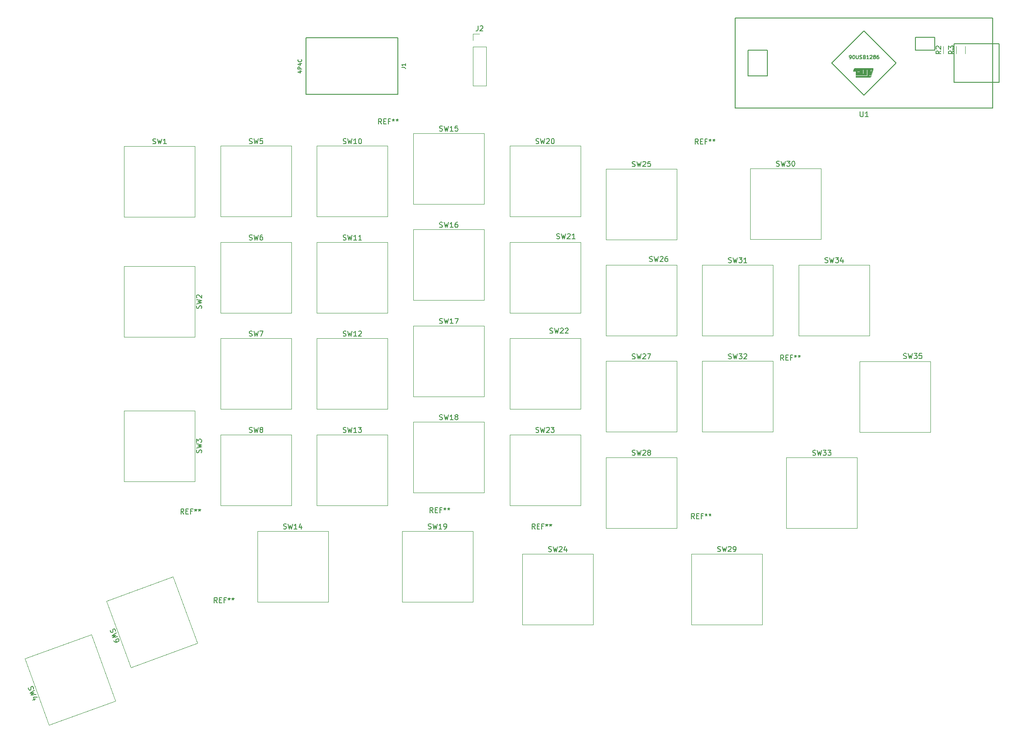
<source format=gto>
G04 #@! TF.GenerationSoftware,KiCad,Pcbnew,5.1.9-73d0e3b20d~88~ubuntu20.04.1*
G04 #@! TF.CreationDate,2021-01-19T00:06:27+03:00*
G04 #@! TF.ProjectId,jeaex-right,6a656165-782d-4726-9967-68742e6b6963,rev?*
G04 #@! TF.SameCoordinates,Original*
G04 #@! TF.FileFunction,Legend,Top*
G04 #@! TF.FilePolarity,Positive*
%FSLAX46Y46*%
G04 Gerber Fmt 4.6, Leading zero omitted, Abs format (unit mm)*
G04 Created by KiCad (PCBNEW 5.1.9-73d0e3b20d~88~ubuntu20.04.1) date 2021-01-19 00:06:27*
%MOMM*%
%LPD*%
G01*
G04 APERTURE LIST*
%ADD10C,0.120000*%
%ADD11C,0.150000*%
%ADD12C,0.100000*%
G04 APERTURE END LIST*
D10*
G04 #@! TO.C,R3*
X287970000Y-82887064D02*
X287970000Y-81432936D01*
X286150000Y-82887064D02*
X286150000Y-81432936D01*
G04 #@! TO.C,R2*
X285440000Y-82887064D02*
X285440000Y-81432936D01*
X283620000Y-82887064D02*
X283620000Y-81432936D01*
D11*
G04 #@! TO.C,U1*
X285790000Y-80910000D02*
X285790000Y-88530000D01*
X294680000Y-88530000D02*
X294680000Y-80910000D01*
X285790000Y-88530000D02*
X294680000Y-88530000D01*
X285790000Y-80910000D02*
X294680000Y-80910000D01*
X281980000Y-79640000D02*
X278170000Y-79640000D01*
X278170000Y-79640000D02*
X278170000Y-80910000D01*
X278170000Y-80910000D02*
X278170000Y-82180000D01*
X278170000Y-82180000D02*
X281980000Y-82180000D01*
X281980000Y-82180000D02*
X281980000Y-79640000D01*
X245150000Y-82180000D02*
X248960000Y-82180000D01*
X248960000Y-82180000D02*
X248960000Y-87260000D01*
X248960000Y-87260000D02*
X245150000Y-87260000D01*
X245150000Y-87260000D02*
X245150000Y-82180000D01*
X268010000Y-78370000D02*
X274360000Y-84720000D01*
X274360000Y-84720000D02*
X268010000Y-91070000D01*
X268010000Y-91070000D02*
X261660000Y-84720000D01*
X261660000Y-84720000D02*
X268010000Y-78370000D01*
X293410000Y-93610000D02*
X242610000Y-93610000D01*
X242610000Y-93610000D02*
X242610000Y-75830000D01*
X242610000Y-75830000D02*
X293410000Y-75830000D01*
X293410000Y-75830000D02*
X293410000Y-93610000D01*
D12*
G36*
X269026000Y-86117000D02*
G01*
X269026000Y-87133000D01*
X269407000Y-87133000D01*
X269788000Y-86117000D01*
X269534000Y-86117000D01*
X269280000Y-86879000D01*
X269280000Y-86117000D01*
X269026000Y-86117000D01*
G37*
X269026000Y-86117000D02*
X269026000Y-87133000D01*
X269407000Y-87133000D01*
X269788000Y-86117000D01*
X269534000Y-86117000D01*
X269280000Y-86879000D01*
X269280000Y-86117000D01*
X269026000Y-86117000D01*
G36*
X267502000Y-86117000D02*
G01*
X267502000Y-87133000D01*
X268518000Y-87133000D01*
X268518000Y-86117000D01*
X268264000Y-86117000D01*
X268264000Y-86879000D01*
X268137000Y-86879000D01*
X268137000Y-86117000D01*
X267883000Y-86117000D01*
X267883000Y-86879000D01*
X267756000Y-86879000D01*
X267756000Y-86117000D01*
X267502000Y-86117000D01*
G37*
X267502000Y-86117000D02*
X267502000Y-87133000D01*
X268518000Y-87133000D01*
X268518000Y-86117000D01*
X268264000Y-86117000D01*
X268264000Y-86879000D01*
X268137000Y-86879000D01*
X268137000Y-86117000D01*
X267883000Y-86117000D01*
X267883000Y-86879000D01*
X267756000Y-86879000D01*
X267756000Y-86117000D01*
X267502000Y-86117000D01*
G36*
X266359000Y-87260000D02*
G01*
X268645000Y-87260000D01*
X268645000Y-86117000D01*
X268899000Y-86117000D01*
X268899000Y-87260000D01*
X269407000Y-87260000D01*
X269280000Y-87514000D01*
X266359000Y-87514000D01*
X266359000Y-87260000D01*
G37*
X266359000Y-87260000D02*
X268645000Y-87260000D01*
X268645000Y-86117000D01*
X268899000Y-86117000D01*
X268899000Y-87260000D01*
X269407000Y-87260000D01*
X269280000Y-87514000D01*
X266359000Y-87514000D01*
X266359000Y-87260000D01*
G36*
X266613000Y-87133000D02*
G01*
X266613000Y-86117000D01*
X265978000Y-86117000D01*
X265851000Y-86371000D01*
X266359000Y-86371000D01*
X266359000Y-87133000D01*
X266613000Y-87133000D01*
G37*
X266613000Y-87133000D02*
X266613000Y-86117000D01*
X265978000Y-86117000D01*
X265851000Y-86371000D01*
X266359000Y-86371000D01*
X266359000Y-87133000D01*
X266613000Y-87133000D01*
G36*
X267375000Y-87133000D02*
G01*
X266740000Y-87133000D01*
X266740000Y-86879000D01*
X267121000Y-86879000D01*
X267121000Y-86752000D01*
X266740000Y-86752000D01*
X266740000Y-86498000D01*
X267121000Y-86498000D01*
X267121000Y-86371000D01*
X266740000Y-86371000D01*
X266740000Y-86117000D01*
X267375000Y-86117000D01*
X267375000Y-87133000D01*
G37*
X267375000Y-87133000D02*
X266740000Y-87133000D01*
X266740000Y-86879000D01*
X267121000Y-86879000D01*
X267121000Y-86752000D01*
X266740000Y-86752000D01*
X266740000Y-86498000D01*
X267121000Y-86498000D01*
X267121000Y-86371000D01*
X266740000Y-86371000D01*
X266740000Y-86117000D01*
X267375000Y-86117000D01*
X267375000Y-87133000D01*
G36*
X269788000Y-85990000D02*
G01*
X265978000Y-85990000D01*
X266105000Y-85736000D01*
X269788000Y-85736000D01*
X269788000Y-85990000D01*
G37*
X269788000Y-85990000D02*
X265978000Y-85990000D01*
X266105000Y-85736000D01*
X269788000Y-85736000D01*
X269788000Y-85990000D01*
D10*
G04 #@! TO.C,J2*
X190820000Y-89210000D02*
X193480000Y-89210000D01*
X190820000Y-81530000D02*
X190820000Y-89210000D01*
X193480000Y-81530000D02*
X193480000Y-89210000D01*
X190820000Y-81530000D02*
X193480000Y-81530000D01*
X190820000Y-80260000D02*
X190820000Y-78930000D01*
X190820000Y-78930000D02*
X192150000Y-78930000D01*
D11*
G04 #@! TO.C,J1*
X157920000Y-90920000D02*
X176020000Y-90920000D01*
X176020000Y-90920000D02*
X176020000Y-79740000D01*
X176020000Y-79740000D02*
X157920000Y-79740000D01*
X157920000Y-79740000D02*
X157920000Y-90920000D01*
D10*
G04 #@! TO.C,SW1*
X122035000Y-101115000D02*
X136005000Y-101115000D01*
X136005000Y-101115000D02*
X136005000Y-115085000D01*
X136005000Y-115085000D02*
X122035000Y-115085000D01*
X122035000Y-115085000D02*
X122035000Y-101115000D01*
G04 #@! TO.C,SW2*
X135955000Y-124865000D02*
X135955000Y-138835000D01*
X135955000Y-138835000D02*
X121985000Y-138835000D01*
X121985000Y-138835000D02*
X121985000Y-124865000D01*
X121985000Y-124865000D02*
X135955000Y-124865000D01*
G04 #@! TO.C,SW3*
X121985000Y-153355000D02*
X135955000Y-153355000D01*
X121985000Y-167325000D02*
X121985000Y-153355000D01*
X135955000Y-167325000D02*
X121985000Y-167325000D01*
X135955000Y-153355000D02*
X135955000Y-167325000D01*
G04 #@! TO.C,SW4*
X107187627Y-215452121D02*
X102409606Y-202324615D01*
X102409606Y-202324615D02*
X115537112Y-197546593D01*
X115537112Y-197546593D02*
X120315133Y-210674099D01*
X120315133Y-210674099D02*
X107187627Y-215452121D01*
G04 #@! TO.C,SW5*
X141065000Y-115065000D02*
X141065000Y-101095000D01*
X155035000Y-115065000D02*
X141065000Y-115065000D01*
X155035000Y-101095000D02*
X155035000Y-115065000D01*
X141065000Y-101095000D02*
X155035000Y-101095000D01*
G04 #@! TO.C,SW6*
X141065000Y-134075000D02*
X141065000Y-120105000D01*
X155035000Y-134075000D02*
X141065000Y-134075000D01*
X155035000Y-120105000D02*
X155035000Y-134075000D01*
X141065000Y-120105000D02*
X155035000Y-120105000D01*
G04 #@! TO.C,SW7*
X141065000Y-153065000D02*
X141065000Y-139095000D01*
X155035000Y-153065000D02*
X141065000Y-153065000D01*
X155035000Y-139095000D02*
X155035000Y-153065000D01*
X141065000Y-139095000D02*
X155035000Y-139095000D01*
G04 #@! TO.C,SW8*
X141065000Y-158105000D02*
X155035000Y-158105000D01*
X155035000Y-158105000D02*
X155035000Y-172075000D01*
X155035000Y-172075000D02*
X141065000Y-172075000D01*
X141065000Y-172075000D02*
X141065000Y-158105000D01*
G04 #@! TO.C,SW9*
X136462763Y-199304742D02*
X123335257Y-204082764D01*
X131684742Y-186177236D02*
X136462763Y-199304742D01*
X118557236Y-190955258D02*
X131684742Y-186177236D01*
X123335257Y-204082764D02*
X118557236Y-190955258D01*
G04 #@! TO.C,SW10*
X160055000Y-101105000D02*
X174025000Y-101105000D01*
X174025000Y-101105000D02*
X174025000Y-115075000D01*
X174025000Y-115075000D02*
X160055000Y-115075000D01*
X160055000Y-115075000D02*
X160055000Y-101105000D01*
G04 #@! TO.C,SW11*
X160065000Y-134075000D02*
X160065000Y-120105000D01*
X174035000Y-134075000D02*
X160065000Y-134075000D01*
X174035000Y-120105000D02*
X174035000Y-134075000D01*
X160065000Y-120105000D02*
X174035000Y-120105000D01*
G04 #@! TO.C,SW12*
X160065000Y-139095000D02*
X174035000Y-139095000D01*
X174035000Y-139095000D02*
X174035000Y-153065000D01*
X174035000Y-153065000D02*
X160065000Y-153065000D01*
X160065000Y-153065000D02*
X160065000Y-139095000D01*
G04 #@! TO.C,SW13*
X160065000Y-172075000D02*
X160065000Y-158105000D01*
X174035000Y-172075000D02*
X160065000Y-172075000D01*
X174035000Y-158105000D02*
X174035000Y-172075000D01*
X160065000Y-158105000D02*
X174035000Y-158105000D01*
G04 #@! TO.C,SW14*
X148305000Y-177155000D02*
X162275000Y-177155000D01*
X162275000Y-177155000D02*
X162275000Y-191125000D01*
X162275000Y-191125000D02*
X148305000Y-191125000D01*
X148305000Y-191125000D02*
X148305000Y-177155000D01*
G04 #@! TO.C,SW15*
X179085000Y-112565000D02*
X179085000Y-98595000D01*
X193055000Y-112565000D02*
X179085000Y-112565000D01*
X193055000Y-98595000D02*
X193055000Y-112565000D01*
X179085000Y-98595000D02*
X193055000Y-98595000D01*
G04 #@! TO.C,SW16*
X179085000Y-131575000D02*
X179085000Y-117605000D01*
X193055000Y-131575000D02*
X179085000Y-131575000D01*
X193055000Y-117605000D02*
X193055000Y-131575000D01*
X179085000Y-117605000D02*
X193055000Y-117605000D01*
G04 #@! TO.C,SW17*
X179085000Y-136595000D02*
X193055000Y-136595000D01*
X193055000Y-136595000D02*
X193055000Y-150565000D01*
X193055000Y-150565000D02*
X179085000Y-150565000D01*
X179085000Y-150565000D02*
X179085000Y-136595000D01*
G04 #@! TO.C,SW18*
X179085000Y-155605000D02*
X193055000Y-155605000D01*
X193055000Y-155605000D02*
X193055000Y-169575000D01*
X193055000Y-169575000D02*
X179085000Y-169575000D01*
X179085000Y-169575000D02*
X179085000Y-155605000D01*
G04 #@! TO.C,SW19*
X176845000Y-191125000D02*
X176845000Y-177155000D01*
X190815000Y-191125000D02*
X176845000Y-191125000D01*
X190815000Y-177155000D02*
X190815000Y-191125000D01*
X176845000Y-177155000D02*
X190815000Y-177155000D01*
G04 #@! TO.C,SW20*
X198085000Y-101095000D02*
X212055000Y-101095000D01*
X212055000Y-101095000D02*
X212055000Y-115065000D01*
X212055000Y-115065000D02*
X198085000Y-115065000D01*
X198085000Y-115065000D02*
X198085000Y-101095000D01*
G04 #@! TO.C,SW21*
X198085000Y-134065000D02*
X198085000Y-120095000D01*
X212055000Y-134065000D02*
X198085000Y-134065000D01*
X212055000Y-120095000D02*
X212055000Y-134065000D01*
X198085000Y-120095000D02*
X212055000Y-120095000D01*
G04 #@! TO.C,SW22*
X198085000Y-153075000D02*
X198085000Y-139105000D01*
X212055000Y-153075000D02*
X198085000Y-153075000D01*
X212055000Y-139105000D02*
X212055000Y-153075000D01*
X198085000Y-139105000D02*
X212055000Y-139105000D01*
G04 #@! TO.C,SW23*
X198085000Y-158105000D02*
X212055000Y-158105000D01*
X212055000Y-158105000D02*
X212055000Y-172075000D01*
X212055000Y-172075000D02*
X198085000Y-172075000D01*
X198085000Y-172075000D02*
X198085000Y-158105000D01*
G04 #@! TO.C,SW24*
X200585000Y-181645000D02*
X214555000Y-181645000D01*
X214555000Y-181645000D02*
X214555000Y-195615000D01*
X214555000Y-195615000D02*
X200585000Y-195615000D01*
X200585000Y-195615000D02*
X200585000Y-181645000D01*
G04 #@! TO.C,SW25*
X217085000Y-105605000D02*
X231055000Y-105605000D01*
X231055000Y-105605000D02*
X231055000Y-119575000D01*
X231055000Y-119575000D02*
X217085000Y-119575000D01*
X217085000Y-119575000D02*
X217085000Y-105605000D01*
G04 #@! TO.C,SW26*
X217085000Y-138575000D02*
X217085000Y-124605000D01*
X231055000Y-138575000D02*
X217085000Y-138575000D01*
X231055000Y-124605000D02*
X231055000Y-138575000D01*
X217085000Y-124605000D02*
X231055000Y-124605000D01*
G04 #@! TO.C,SW27*
X217085000Y-143595000D02*
X231055000Y-143595000D01*
X231055000Y-143595000D02*
X231055000Y-157565000D01*
X231055000Y-157565000D02*
X217085000Y-157565000D01*
X217085000Y-157565000D02*
X217085000Y-143595000D01*
G04 #@! TO.C,SW28*
X217085000Y-162595000D02*
X231055000Y-162595000D01*
X231055000Y-162595000D02*
X231055000Y-176565000D01*
X231055000Y-176565000D02*
X217085000Y-176565000D01*
X217085000Y-176565000D02*
X217085000Y-162595000D01*
G04 #@! TO.C,SW29*
X233935000Y-195605000D02*
X233935000Y-181635000D01*
X247905000Y-195605000D02*
X233935000Y-195605000D01*
X247905000Y-181635000D02*
X247905000Y-195605000D01*
X233935000Y-181635000D02*
X247905000Y-181635000D01*
G04 #@! TO.C,SW30*
X245545000Y-105525000D02*
X259515000Y-105525000D01*
X259515000Y-105525000D02*
X259515000Y-119495000D01*
X259515000Y-119495000D02*
X245545000Y-119495000D01*
X245545000Y-119495000D02*
X245545000Y-105525000D01*
G04 #@! TO.C,SW31*
X236085000Y-138545000D02*
X236085000Y-124575000D01*
X250055000Y-138545000D02*
X236085000Y-138545000D01*
X250055000Y-124575000D02*
X250055000Y-138545000D01*
X236085000Y-124575000D02*
X250055000Y-124575000D01*
G04 #@! TO.C,SW32*
X236075000Y-143575000D02*
X250045000Y-143575000D01*
X250045000Y-143575000D02*
X250045000Y-157545000D01*
X250045000Y-157545000D02*
X236075000Y-157545000D01*
X236075000Y-157545000D02*
X236075000Y-143575000D01*
G04 #@! TO.C,SW33*
X252685000Y-162625000D02*
X266655000Y-162625000D01*
X266655000Y-162625000D02*
X266655000Y-176595000D01*
X266655000Y-176595000D02*
X252685000Y-176595000D01*
X252685000Y-176595000D02*
X252685000Y-162625000D01*
G04 #@! TO.C,SW34*
X255135000Y-138545000D02*
X255135000Y-124575000D01*
X269105000Y-138545000D02*
X255135000Y-138545000D01*
X269105000Y-124575000D02*
X269105000Y-138545000D01*
X255135000Y-124575000D02*
X269105000Y-124575000D01*
G04 #@! TO.C,SW35*
X267085000Y-143615000D02*
X281055000Y-143615000D01*
X281055000Y-143615000D02*
X281055000Y-157585000D01*
X281055000Y-157585000D02*
X267085000Y-157585000D01*
X267085000Y-157585000D02*
X267085000Y-143615000D01*
G04 #@! TO.C,REF\u002A\u002A*
D11*
X140396666Y-191292380D02*
X140063333Y-190816190D01*
X139825238Y-191292380D02*
X139825238Y-190292380D01*
X140206190Y-190292380D01*
X140301428Y-190340000D01*
X140349047Y-190387619D01*
X140396666Y-190482857D01*
X140396666Y-190625714D01*
X140349047Y-190720952D01*
X140301428Y-190768571D01*
X140206190Y-190816190D01*
X139825238Y-190816190D01*
X140825238Y-190768571D02*
X141158571Y-190768571D01*
X141301428Y-191292380D02*
X140825238Y-191292380D01*
X140825238Y-190292380D01*
X141301428Y-190292380D01*
X142063333Y-190768571D02*
X141730000Y-190768571D01*
X141730000Y-191292380D02*
X141730000Y-190292380D01*
X142206190Y-190292380D01*
X142730000Y-190292380D02*
X142730000Y-190530476D01*
X142491904Y-190435238D02*
X142730000Y-190530476D01*
X142968095Y-190435238D01*
X142587142Y-190720952D02*
X142730000Y-190530476D01*
X142872857Y-190720952D01*
X143491904Y-190292380D02*
X143491904Y-190530476D01*
X143253809Y-190435238D02*
X143491904Y-190530476D01*
X143730000Y-190435238D01*
X143349047Y-190720952D02*
X143491904Y-190530476D01*
X143634761Y-190720952D01*
X133806666Y-173762380D02*
X133473333Y-173286190D01*
X133235238Y-173762380D02*
X133235238Y-172762380D01*
X133616190Y-172762380D01*
X133711428Y-172810000D01*
X133759047Y-172857619D01*
X133806666Y-172952857D01*
X133806666Y-173095714D01*
X133759047Y-173190952D01*
X133711428Y-173238571D01*
X133616190Y-173286190D01*
X133235238Y-173286190D01*
X134235238Y-173238571D02*
X134568571Y-173238571D01*
X134711428Y-173762380D02*
X134235238Y-173762380D01*
X134235238Y-172762380D01*
X134711428Y-172762380D01*
X135473333Y-173238571D02*
X135140000Y-173238571D01*
X135140000Y-173762380D02*
X135140000Y-172762380D01*
X135616190Y-172762380D01*
X136140000Y-172762380D02*
X136140000Y-173000476D01*
X135901904Y-172905238D02*
X136140000Y-173000476D01*
X136378095Y-172905238D01*
X135997142Y-173190952D02*
X136140000Y-173000476D01*
X136282857Y-173190952D01*
X136901904Y-172762380D02*
X136901904Y-173000476D01*
X136663809Y-172905238D02*
X136901904Y-173000476D01*
X137140000Y-172905238D01*
X136759047Y-173190952D02*
X136901904Y-173000476D01*
X137044761Y-173190952D01*
G04 #@! TO.C,R3*
X285692380Y-82326666D02*
X285216190Y-82660000D01*
X285692380Y-82898095D02*
X284692380Y-82898095D01*
X284692380Y-82517142D01*
X284740000Y-82421904D01*
X284787619Y-82374285D01*
X284882857Y-82326666D01*
X285025714Y-82326666D01*
X285120952Y-82374285D01*
X285168571Y-82421904D01*
X285216190Y-82517142D01*
X285216190Y-82898095D01*
X284692380Y-81993333D02*
X284692380Y-81374285D01*
X285073333Y-81707619D01*
X285073333Y-81564761D01*
X285120952Y-81469523D01*
X285168571Y-81421904D01*
X285263809Y-81374285D01*
X285501904Y-81374285D01*
X285597142Y-81421904D01*
X285644761Y-81469523D01*
X285692380Y-81564761D01*
X285692380Y-81850476D01*
X285644761Y-81945714D01*
X285597142Y-81993333D01*
G04 #@! TO.C,R2*
X283162380Y-82326666D02*
X282686190Y-82660000D01*
X283162380Y-82898095D02*
X282162380Y-82898095D01*
X282162380Y-82517142D01*
X282210000Y-82421904D01*
X282257619Y-82374285D01*
X282352857Y-82326666D01*
X282495714Y-82326666D01*
X282590952Y-82374285D01*
X282638571Y-82421904D01*
X282686190Y-82517142D01*
X282686190Y-82898095D01*
X282257619Y-81945714D02*
X282210000Y-81898095D01*
X282162380Y-81802857D01*
X282162380Y-81564761D01*
X282210000Y-81469523D01*
X282257619Y-81421904D01*
X282352857Y-81374285D01*
X282448095Y-81374285D01*
X282590952Y-81421904D01*
X283162380Y-81993333D01*
X283162380Y-81374285D01*
G04 #@! TO.C,U1*
X267248095Y-94332380D02*
X267248095Y-95141904D01*
X267295714Y-95237142D01*
X267343333Y-95284761D01*
X267438571Y-95332380D01*
X267629047Y-95332380D01*
X267724285Y-95284761D01*
X267771904Y-95237142D01*
X267819523Y-95141904D01*
X267819523Y-94332380D01*
X268819523Y-95332380D02*
X268248095Y-95332380D01*
X268533809Y-95332380D02*
X268533809Y-94332380D01*
X268438571Y-94475238D01*
X268343333Y-94570476D01*
X268248095Y-94618095D01*
X265160000Y-83893666D02*
X265293333Y-83893666D01*
X265360000Y-83860333D01*
X265393333Y-83827000D01*
X265460000Y-83727000D01*
X265493333Y-83593666D01*
X265493333Y-83327000D01*
X265460000Y-83260333D01*
X265426666Y-83227000D01*
X265360000Y-83193666D01*
X265226666Y-83193666D01*
X265160000Y-83227000D01*
X265126666Y-83260333D01*
X265093333Y-83327000D01*
X265093333Y-83493666D01*
X265126666Y-83560333D01*
X265160000Y-83593666D01*
X265226666Y-83627000D01*
X265360000Y-83627000D01*
X265426666Y-83593666D01*
X265460000Y-83560333D01*
X265493333Y-83493666D01*
X265926666Y-83193666D02*
X265993333Y-83193666D01*
X266060000Y-83227000D01*
X266093333Y-83260333D01*
X266126666Y-83327000D01*
X266160000Y-83460333D01*
X266160000Y-83627000D01*
X266126666Y-83760333D01*
X266093333Y-83827000D01*
X266060000Y-83860333D01*
X265993333Y-83893666D01*
X265926666Y-83893666D01*
X265860000Y-83860333D01*
X265826666Y-83827000D01*
X265793333Y-83760333D01*
X265760000Y-83627000D01*
X265760000Y-83460333D01*
X265793333Y-83327000D01*
X265826666Y-83260333D01*
X265860000Y-83227000D01*
X265926666Y-83193666D01*
X266460000Y-83193666D02*
X266460000Y-83760333D01*
X266493333Y-83827000D01*
X266526666Y-83860333D01*
X266593333Y-83893666D01*
X266726666Y-83893666D01*
X266793333Y-83860333D01*
X266826666Y-83827000D01*
X266860000Y-83760333D01*
X266860000Y-83193666D01*
X267160000Y-83860333D02*
X267260000Y-83893666D01*
X267426666Y-83893666D01*
X267493333Y-83860333D01*
X267526666Y-83827000D01*
X267560000Y-83760333D01*
X267560000Y-83693666D01*
X267526666Y-83627000D01*
X267493333Y-83593666D01*
X267426666Y-83560333D01*
X267293333Y-83527000D01*
X267226666Y-83493666D01*
X267193333Y-83460333D01*
X267160000Y-83393666D01*
X267160000Y-83327000D01*
X267193333Y-83260333D01*
X267226666Y-83227000D01*
X267293333Y-83193666D01*
X267460000Y-83193666D01*
X267560000Y-83227000D01*
X268093333Y-83527000D02*
X268193333Y-83560333D01*
X268226666Y-83593666D01*
X268260000Y-83660333D01*
X268260000Y-83760333D01*
X268226666Y-83827000D01*
X268193333Y-83860333D01*
X268126666Y-83893666D01*
X267860000Y-83893666D01*
X267860000Y-83193666D01*
X268093333Y-83193666D01*
X268160000Y-83227000D01*
X268193333Y-83260333D01*
X268226666Y-83327000D01*
X268226666Y-83393666D01*
X268193333Y-83460333D01*
X268160000Y-83493666D01*
X268093333Y-83527000D01*
X267860000Y-83527000D01*
X268926666Y-83893666D02*
X268526666Y-83893666D01*
X268726666Y-83893666D02*
X268726666Y-83193666D01*
X268660000Y-83293666D01*
X268593333Y-83360333D01*
X268526666Y-83393666D01*
X269193333Y-83260333D02*
X269226666Y-83227000D01*
X269293333Y-83193666D01*
X269460000Y-83193666D01*
X269526666Y-83227000D01*
X269560000Y-83260333D01*
X269593333Y-83327000D01*
X269593333Y-83393666D01*
X269560000Y-83493666D01*
X269160000Y-83893666D01*
X269593333Y-83893666D01*
X269993333Y-83493666D02*
X269926666Y-83460333D01*
X269893333Y-83427000D01*
X269860000Y-83360333D01*
X269860000Y-83327000D01*
X269893333Y-83260333D01*
X269926666Y-83227000D01*
X269993333Y-83193666D01*
X270126666Y-83193666D01*
X270193333Y-83227000D01*
X270226666Y-83260333D01*
X270260000Y-83327000D01*
X270260000Y-83360333D01*
X270226666Y-83427000D01*
X270193333Y-83460333D01*
X270126666Y-83493666D01*
X269993333Y-83493666D01*
X269926666Y-83527000D01*
X269893333Y-83560333D01*
X269860000Y-83627000D01*
X269860000Y-83760333D01*
X269893333Y-83827000D01*
X269926666Y-83860333D01*
X269993333Y-83893666D01*
X270126666Y-83893666D01*
X270193333Y-83860333D01*
X270226666Y-83827000D01*
X270260000Y-83760333D01*
X270260000Y-83627000D01*
X270226666Y-83560333D01*
X270193333Y-83527000D01*
X270126666Y-83493666D01*
X270860000Y-83193666D02*
X270726666Y-83193666D01*
X270660000Y-83227000D01*
X270626666Y-83260333D01*
X270560000Y-83360333D01*
X270526666Y-83493666D01*
X270526666Y-83760333D01*
X270560000Y-83827000D01*
X270593333Y-83860333D01*
X270660000Y-83893666D01*
X270793333Y-83893666D01*
X270860000Y-83860333D01*
X270893333Y-83827000D01*
X270926666Y-83760333D01*
X270926666Y-83593666D01*
X270893333Y-83527000D01*
X270860000Y-83493666D01*
X270793333Y-83460333D01*
X270660000Y-83460333D01*
X270593333Y-83493666D01*
X270560000Y-83527000D01*
X270526666Y-83593666D01*
G04 #@! TO.C,J2*
X191816666Y-77382380D02*
X191816666Y-78096666D01*
X191769047Y-78239523D01*
X191673809Y-78334761D01*
X191530952Y-78382380D01*
X191435714Y-78382380D01*
X192245238Y-77477619D02*
X192292857Y-77430000D01*
X192388095Y-77382380D01*
X192626190Y-77382380D01*
X192721428Y-77430000D01*
X192769047Y-77477619D01*
X192816666Y-77572857D01*
X192816666Y-77668095D01*
X192769047Y-77810952D01*
X192197619Y-78382380D01*
X192816666Y-78382380D01*
G04 #@! TO.C,REF\u002A\u002A*
X172816666Y-96742380D02*
X172483333Y-96266190D01*
X172245238Y-96742380D02*
X172245238Y-95742380D01*
X172626190Y-95742380D01*
X172721428Y-95790000D01*
X172769047Y-95837619D01*
X172816666Y-95932857D01*
X172816666Y-96075714D01*
X172769047Y-96170952D01*
X172721428Y-96218571D01*
X172626190Y-96266190D01*
X172245238Y-96266190D01*
X173245238Y-96218571D02*
X173578571Y-96218571D01*
X173721428Y-96742380D02*
X173245238Y-96742380D01*
X173245238Y-95742380D01*
X173721428Y-95742380D01*
X174483333Y-96218571D02*
X174150000Y-96218571D01*
X174150000Y-96742380D02*
X174150000Y-95742380D01*
X174626190Y-95742380D01*
X175150000Y-95742380D02*
X175150000Y-95980476D01*
X174911904Y-95885238D02*
X175150000Y-95980476D01*
X175388095Y-95885238D01*
X175007142Y-96170952D02*
X175150000Y-95980476D01*
X175292857Y-96170952D01*
X175911904Y-95742380D02*
X175911904Y-95980476D01*
X175673809Y-95885238D02*
X175911904Y-95980476D01*
X176150000Y-95885238D01*
X175769047Y-96170952D02*
X175911904Y-95980476D01*
X176054761Y-96170952D01*
X235296666Y-100712380D02*
X234963333Y-100236190D01*
X234725238Y-100712380D02*
X234725238Y-99712380D01*
X235106190Y-99712380D01*
X235201428Y-99760000D01*
X235249047Y-99807619D01*
X235296666Y-99902857D01*
X235296666Y-100045714D01*
X235249047Y-100140952D01*
X235201428Y-100188571D01*
X235106190Y-100236190D01*
X234725238Y-100236190D01*
X235725238Y-100188571D02*
X236058571Y-100188571D01*
X236201428Y-100712380D02*
X235725238Y-100712380D01*
X235725238Y-99712380D01*
X236201428Y-99712380D01*
X236963333Y-100188571D02*
X236630000Y-100188571D01*
X236630000Y-100712380D02*
X236630000Y-99712380D01*
X237106190Y-99712380D01*
X237630000Y-99712380D02*
X237630000Y-99950476D01*
X237391904Y-99855238D02*
X237630000Y-99950476D01*
X237868095Y-99855238D01*
X237487142Y-100140952D02*
X237630000Y-99950476D01*
X237772857Y-100140952D01*
X238391904Y-99712380D02*
X238391904Y-99950476D01*
X238153809Y-99855238D02*
X238391904Y-99950476D01*
X238630000Y-99855238D01*
X238249047Y-100140952D02*
X238391904Y-99950476D01*
X238534761Y-100140952D01*
X252126666Y-143412380D02*
X251793333Y-142936190D01*
X251555238Y-143412380D02*
X251555238Y-142412380D01*
X251936190Y-142412380D01*
X252031428Y-142460000D01*
X252079047Y-142507619D01*
X252126666Y-142602857D01*
X252126666Y-142745714D01*
X252079047Y-142840952D01*
X252031428Y-142888571D01*
X251936190Y-142936190D01*
X251555238Y-142936190D01*
X252555238Y-142888571D02*
X252888571Y-142888571D01*
X253031428Y-143412380D02*
X252555238Y-143412380D01*
X252555238Y-142412380D01*
X253031428Y-142412380D01*
X253793333Y-142888571D02*
X253460000Y-142888571D01*
X253460000Y-143412380D02*
X253460000Y-142412380D01*
X253936190Y-142412380D01*
X254460000Y-142412380D02*
X254460000Y-142650476D01*
X254221904Y-142555238D02*
X254460000Y-142650476D01*
X254698095Y-142555238D01*
X254317142Y-142840952D02*
X254460000Y-142650476D01*
X254602857Y-142840952D01*
X255221904Y-142412380D02*
X255221904Y-142650476D01*
X254983809Y-142555238D02*
X255221904Y-142650476D01*
X255460000Y-142555238D01*
X255079047Y-142840952D02*
X255221904Y-142650476D01*
X255364761Y-142840952D01*
X234536666Y-174692380D02*
X234203333Y-174216190D01*
X233965238Y-174692380D02*
X233965238Y-173692380D01*
X234346190Y-173692380D01*
X234441428Y-173740000D01*
X234489047Y-173787619D01*
X234536666Y-173882857D01*
X234536666Y-174025714D01*
X234489047Y-174120952D01*
X234441428Y-174168571D01*
X234346190Y-174216190D01*
X233965238Y-174216190D01*
X234965238Y-174168571D02*
X235298571Y-174168571D01*
X235441428Y-174692380D02*
X234965238Y-174692380D01*
X234965238Y-173692380D01*
X235441428Y-173692380D01*
X236203333Y-174168571D02*
X235870000Y-174168571D01*
X235870000Y-174692380D02*
X235870000Y-173692380D01*
X236346190Y-173692380D01*
X236870000Y-173692380D02*
X236870000Y-173930476D01*
X236631904Y-173835238D02*
X236870000Y-173930476D01*
X237108095Y-173835238D01*
X236727142Y-174120952D02*
X236870000Y-173930476D01*
X237012857Y-174120952D01*
X237631904Y-173692380D02*
X237631904Y-173930476D01*
X237393809Y-173835238D02*
X237631904Y-173930476D01*
X237870000Y-173835238D01*
X237489047Y-174120952D02*
X237631904Y-173930476D01*
X237774761Y-174120952D01*
X203086666Y-176722380D02*
X202753333Y-176246190D01*
X202515238Y-176722380D02*
X202515238Y-175722380D01*
X202896190Y-175722380D01*
X202991428Y-175770000D01*
X203039047Y-175817619D01*
X203086666Y-175912857D01*
X203086666Y-176055714D01*
X203039047Y-176150952D01*
X202991428Y-176198571D01*
X202896190Y-176246190D01*
X202515238Y-176246190D01*
X203515238Y-176198571D02*
X203848571Y-176198571D01*
X203991428Y-176722380D02*
X203515238Y-176722380D01*
X203515238Y-175722380D01*
X203991428Y-175722380D01*
X204753333Y-176198571D02*
X204420000Y-176198571D01*
X204420000Y-176722380D02*
X204420000Y-175722380D01*
X204896190Y-175722380D01*
X205420000Y-175722380D02*
X205420000Y-175960476D01*
X205181904Y-175865238D02*
X205420000Y-175960476D01*
X205658095Y-175865238D01*
X205277142Y-176150952D02*
X205420000Y-175960476D01*
X205562857Y-176150952D01*
X206181904Y-175722380D02*
X206181904Y-175960476D01*
X205943809Y-175865238D02*
X206181904Y-175960476D01*
X206420000Y-175865238D01*
X206039047Y-176150952D02*
X206181904Y-175960476D01*
X206324761Y-176150952D01*
X182966666Y-173512380D02*
X182633333Y-173036190D01*
X182395238Y-173512380D02*
X182395238Y-172512380D01*
X182776190Y-172512380D01*
X182871428Y-172560000D01*
X182919047Y-172607619D01*
X182966666Y-172702857D01*
X182966666Y-172845714D01*
X182919047Y-172940952D01*
X182871428Y-172988571D01*
X182776190Y-173036190D01*
X182395238Y-173036190D01*
X183395238Y-172988571D02*
X183728571Y-172988571D01*
X183871428Y-173512380D02*
X183395238Y-173512380D01*
X183395238Y-172512380D01*
X183871428Y-172512380D01*
X184633333Y-172988571D02*
X184300000Y-172988571D01*
X184300000Y-173512380D02*
X184300000Y-172512380D01*
X184776190Y-172512380D01*
X185300000Y-172512380D02*
X185300000Y-172750476D01*
X185061904Y-172655238D02*
X185300000Y-172750476D01*
X185538095Y-172655238D01*
X185157142Y-172940952D02*
X185300000Y-172750476D01*
X185442857Y-172940952D01*
X186061904Y-172512380D02*
X186061904Y-172750476D01*
X185823809Y-172655238D02*
X186061904Y-172750476D01*
X186300000Y-172655238D01*
X185919047Y-172940952D02*
X186061904Y-172750476D01*
X186204761Y-172940952D01*
G04 #@! TO.C,J1*
X176759285Y-85580000D02*
X177295000Y-85580000D01*
X177402142Y-85615714D01*
X177473571Y-85687142D01*
X177509285Y-85794285D01*
X177509285Y-85865714D01*
X177509285Y-84830000D02*
X177509285Y-85258571D01*
X177509285Y-85044285D02*
X176759285Y-85044285D01*
X176866428Y-85115714D01*
X176937857Y-85187142D01*
X176973571Y-85258571D01*
X156559285Y-86294285D02*
X157059285Y-86294285D01*
X156273571Y-86472857D02*
X156809285Y-86651428D01*
X156809285Y-86187142D01*
X157059285Y-85901428D02*
X156309285Y-85901428D01*
X156309285Y-85615714D01*
X156345000Y-85544285D01*
X156380714Y-85508571D01*
X156452142Y-85472857D01*
X156559285Y-85472857D01*
X156630714Y-85508571D01*
X156666428Y-85544285D01*
X156702142Y-85615714D01*
X156702142Y-85901428D01*
X156559285Y-84830000D02*
X157059285Y-84830000D01*
X156273571Y-85008571D02*
X156809285Y-85187142D01*
X156809285Y-84722857D01*
X156987857Y-84008571D02*
X157023571Y-84044285D01*
X157059285Y-84151428D01*
X157059285Y-84222857D01*
X157023571Y-84330000D01*
X156952142Y-84401428D01*
X156880714Y-84437142D01*
X156737857Y-84472857D01*
X156630714Y-84472857D01*
X156487857Y-84437142D01*
X156416428Y-84401428D01*
X156345000Y-84330000D01*
X156309285Y-84222857D01*
X156309285Y-84151428D01*
X156345000Y-84044285D01*
X156380714Y-84008571D01*
G04 #@! TO.C,SW1*
X127686666Y-100630761D02*
X127829523Y-100678380D01*
X128067619Y-100678380D01*
X128162857Y-100630761D01*
X128210476Y-100583142D01*
X128258095Y-100487904D01*
X128258095Y-100392666D01*
X128210476Y-100297428D01*
X128162857Y-100249809D01*
X128067619Y-100202190D01*
X127877142Y-100154571D01*
X127781904Y-100106952D01*
X127734285Y-100059333D01*
X127686666Y-99964095D01*
X127686666Y-99868857D01*
X127734285Y-99773619D01*
X127781904Y-99726000D01*
X127877142Y-99678380D01*
X128115238Y-99678380D01*
X128258095Y-99726000D01*
X128591428Y-99678380D02*
X128829523Y-100678380D01*
X129020000Y-99964095D01*
X129210476Y-100678380D01*
X129448571Y-99678380D01*
X130353333Y-100678380D02*
X129781904Y-100678380D01*
X130067619Y-100678380D02*
X130067619Y-99678380D01*
X129972380Y-99821238D01*
X129877142Y-99916476D01*
X129781904Y-99964095D01*
G04 #@! TO.C,SW2*
X137248761Y-133183333D02*
X137296380Y-133040476D01*
X137296380Y-132802380D01*
X137248761Y-132707142D01*
X137201142Y-132659523D01*
X137105904Y-132611904D01*
X137010666Y-132611904D01*
X136915428Y-132659523D01*
X136867809Y-132707142D01*
X136820190Y-132802380D01*
X136772571Y-132992857D01*
X136724952Y-133088095D01*
X136677333Y-133135714D01*
X136582095Y-133183333D01*
X136486857Y-133183333D01*
X136391619Y-133135714D01*
X136344000Y-133088095D01*
X136296380Y-132992857D01*
X136296380Y-132754761D01*
X136344000Y-132611904D01*
X136296380Y-132278571D02*
X137296380Y-132040476D01*
X136582095Y-131850000D01*
X137296380Y-131659523D01*
X136296380Y-131421428D01*
X136391619Y-131088095D02*
X136344000Y-131040476D01*
X136296380Y-130945238D01*
X136296380Y-130707142D01*
X136344000Y-130611904D01*
X136391619Y-130564285D01*
X136486857Y-130516666D01*
X136582095Y-130516666D01*
X136724952Y-130564285D01*
X137296380Y-131135714D01*
X137296380Y-130516666D01*
G04 #@! TO.C,SW3*
X137248761Y-161673333D02*
X137296380Y-161530476D01*
X137296380Y-161292380D01*
X137248761Y-161197142D01*
X137201142Y-161149523D01*
X137105904Y-161101904D01*
X137010666Y-161101904D01*
X136915428Y-161149523D01*
X136867809Y-161197142D01*
X136820190Y-161292380D01*
X136772571Y-161482857D01*
X136724952Y-161578095D01*
X136677333Y-161625714D01*
X136582095Y-161673333D01*
X136486857Y-161673333D01*
X136391619Y-161625714D01*
X136344000Y-161578095D01*
X136296380Y-161482857D01*
X136296380Y-161244761D01*
X136344000Y-161101904D01*
X136296380Y-160768571D02*
X137296380Y-160530476D01*
X136582095Y-160340000D01*
X137296380Y-160149523D01*
X136296380Y-159911428D01*
X136296380Y-159625714D02*
X136296380Y-159006666D01*
X136677333Y-159340000D01*
X136677333Y-159197142D01*
X136724952Y-159101904D01*
X136772571Y-159054285D01*
X136867809Y-159006666D01*
X137105904Y-159006666D01*
X137201142Y-159054285D01*
X137248761Y-159101904D01*
X137296380Y-159197142D01*
X137296380Y-159482857D01*
X137248761Y-159578095D01*
X137201142Y-159625714D01*
G04 #@! TO.C,SW4*
X103126851Y-208077937D02*
X103130964Y-208228465D01*
X103212397Y-208452202D01*
X103289718Y-208525409D01*
X103350752Y-208553870D01*
X103456533Y-208566044D01*
X103546027Y-208533471D01*
X103619235Y-208456150D01*
X103647696Y-208395116D01*
X103659870Y-208289335D01*
X103639470Y-208094059D01*
X103651644Y-207988278D01*
X103680105Y-207927244D01*
X103753313Y-207849923D01*
X103842807Y-207817350D01*
X103948588Y-207829524D01*
X104009622Y-207857984D01*
X104086943Y-207931192D01*
X104168376Y-208154929D01*
X104172489Y-208305457D01*
X104331243Y-208602401D02*
X103472984Y-209168158D01*
X104209339Y-209102847D01*
X103603277Y-209526136D01*
X104624403Y-209407852D01*
X104588046Y-210282562D02*
X103961584Y-210510576D01*
X104864590Y-209928533D02*
X104111948Y-209949096D01*
X104323675Y-210530811D01*
G04 #@! TO.C,SW5*
X146716666Y-100610761D02*
X146859523Y-100658380D01*
X147097619Y-100658380D01*
X147192857Y-100610761D01*
X147240476Y-100563142D01*
X147288095Y-100467904D01*
X147288095Y-100372666D01*
X147240476Y-100277428D01*
X147192857Y-100229809D01*
X147097619Y-100182190D01*
X146907142Y-100134571D01*
X146811904Y-100086952D01*
X146764285Y-100039333D01*
X146716666Y-99944095D01*
X146716666Y-99848857D01*
X146764285Y-99753619D01*
X146811904Y-99706000D01*
X146907142Y-99658380D01*
X147145238Y-99658380D01*
X147288095Y-99706000D01*
X147621428Y-99658380D02*
X147859523Y-100658380D01*
X148050000Y-99944095D01*
X148240476Y-100658380D01*
X148478571Y-99658380D01*
X149335714Y-99658380D02*
X148859523Y-99658380D01*
X148811904Y-100134571D01*
X148859523Y-100086952D01*
X148954761Y-100039333D01*
X149192857Y-100039333D01*
X149288095Y-100086952D01*
X149335714Y-100134571D01*
X149383333Y-100229809D01*
X149383333Y-100467904D01*
X149335714Y-100563142D01*
X149288095Y-100610761D01*
X149192857Y-100658380D01*
X148954761Y-100658380D01*
X148859523Y-100610761D01*
X148811904Y-100563142D01*
G04 #@! TO.C,SW6*
X146716666Y-119620761D02*
X146859523Y-119668380D01*
X147097619Y-119668380D01*
X147192857Y-119620761D01*
X147240476Y-119573142D01*
X147288095Y-119477904D01*
X147288095Y-119382666D01*
X147240476Y-119287428D01*
X147192857Y-119239809D01*
X147097619Y-119192190D01*
X146907142Y-119144571D01*
X146811904Y-119096952D01*
X146764285Y-119049333D01*
X146716666Y-118954095D01*
X146716666Y-118858857D01*
X146764285Y-118763619D01*
X146811904Y-118716000D01*
X146907142Y-118668380D01*
X147145238Y-118668380D01*
X147288095Y-118716000D01*
X147621428Y-118668380D02*
X147859523Y-119668380D01*
X148050000Y-118954095D01*
X148240476Y-119668380D01*
X148478571Y-118668380D01*
X149288095Y-118668380D02*
X149097619Y-118668380D01*
X149002380Y-118716000D01*
X148954761Y-118763619D01*
X148859523Y-118906476D01*
X148811904Y-119096952D01*
X148811904Y-119477904D01*
X148859523Y-119573142D01*
X148907142Y-119620761D01*
X149002380Y-119668380D01*
X149192857Y-119668380D01*
X149288095Y-119620761D01*
X149335714Y-119573142D01*
X149383333Y-119477904D01*
X149383333Y-119239809D01*
X149335714Y-119144571D01*
X149288095Y-119096952D01*
X149192857Y-119049333D01*
X149002380Y-119049333D01*
X148907142Y-119096952D01*
X148859523Y-119144571D01*
X148811904Y-119239809D01*
G04 #@! TO.C,SW7*
X146716666Y-138610761D02*
X146859523Y-138658380D01*
X147097619Y-138658380D01*
X147192857Y-138610761D01*
X147240476Y-138563142D01*
X147288095Y-138467904D01*
X147288095Y-138372666D01*
X147240476Y-138277428D01*
X147192857Y-138229809D01*
X147097619Y-138182190D01*
X146907142Y-138134571D01*
X146811904Y-138086952D01*
X146764285Y-138039333D01*
X146716666Y-137944095D01*
X146716666Y-137848857D01*
X146764285Y-137753619D01*
X146811904Y-137706000D01*
X146907142Y-137658380D01*
X147145238Y-137658380D01*
X147288095Y-137706000D01*
X147621428Y-137658380D02*
X147859523Y-138658380D01*
X148050000Y-137944095D01*
X148240476Y-138658380D01*
X148478571Y-137658380D01*
X148764285Y-137658380D02*
X149430952Y-137658380D01*
X149002380Y-138658380D01*
G04 #@! TO.C,SW8*
X146716666Y-157620761D02*
X146859523Y-157668380D01*
X147097619Y-157668380D01*
X147192857Y-157620761D01*
X147240476Y-157573142D01*
X147288095Y-157477904D01*
X147288095Y-157382666D01*
X147240476Y-157287428D01*
X147192857Y-157239809D01*
X147097619Y-157192190D01*
X146907142Y-157144571D01*
X146811904Y-157096952D01*
X146764285Y-157049333D01*
X146716666Y-156954095D01*
X146716666Y-156858857D01*
X146764285Y-156763619D01*
X146811904Y-156716000D01*
X146907142Y-156668380D01*
X147145238Y-156668380D01*
X147288095Y-156716000D01*
X147621428Y-156668380D02*
X147859523Y-157668380D01*
X148050000Y-156954095D01*
X148240476Y-157668380D01*
X148478571Y-156668380D01*
X149002380Y-157096952D02*
X148907142Y-157049333D01*
X148859523Y-157001714D01*
X148811904Y-156906476D01*
X148811904Y-156858857D01*
X148859523Y-156763619D01*
X148907142Y-156716000D01*
X149002380Y-156668380D01*
X149192857Y-156668380D01*
X149288095Y-156716000D01*
X149335714Y-156763619D01*
X149383333Y-156858857D01*
X149383333Y-156906476D01*
X149335714Y-157001714D01*
X149288095Y-157049333D01*
X149192857Y-157096952D01*
X149002380Y-157096952D01*
X148907142Y-157144571D01*
X148859523Y-157192190D01*
X148811904Y-157287428D01*
X148811904Y-157477904D01*
X148859523Y-157573142D01*
X148907142Y-157620761D01*
X149002380Y-157668380D01*
X149192857Y-157668380D01*
X149288095Y-157620761D01*
X149335714Y-157573142D01*
X149383333Y-157477904D01*
X149383333Y-157287428D01*
X149335714Y-157192190D01*
X149288095Y-157144571D01*
X149192857Y-157096952D01*
G04 #@! TO.C,SW9*
X119274481Y-196708580D02*
X119278594Y-196859108D01*
X119360027Y-197082845D01*
X119437348Y-197156052D01*
X119498382Y-197184513D01*
X119604163Y-197196687D01*
X119693657Y-197164114D01*
X119766865Y-197086793D01*
X119795326Y-197025759D01*
X119807500Y-196919978D01*
X119787100Y-196724702D01*
X119799274Y-196618921D01*
X119827735Y-196557887D01*
X119900943Y-196480566D01*
X119990437Y-196447993D01*
X120096218Y-196460167D01*
X120157252Y-196488627D01*
X120234573Y-196561835D01*
X120316006Y-196785572D01*
X120320119Y-196936100D01*
X120478873Y-197233044D02*
X119620614Y-197798801D01*
X120356969Y-197733490D01*
X119750907Y-198156779D01*
X120772033Y-198038495D01*
X119978921Y-198783241D02*
X120044067Y-198962230D01*
X120121388Y-199035438D01*
X120182422Y-199063898D01*
X120349237Y-199104533D01*
X120544513Y-199084133D01*
X120902491Y-198953840D01*
X120975699Y-198876519D01*
X121004159Y-198815485D01*
X121016333Y-198709704D01*
X120951187Y-198530715D01*
X120873866Y-198457507D01*
X120812832Y-198429047D01*
X120707051Y-198416873D01*
X120483314Y-198498306D01*
X120410107Y-198575627D01*
X120381646Y-198636661D01*
X120369472Y-198742442D01*
X120434619Y-198921431D01*
X120511939Y-198994639D01*
X120572973Y-199023099D01*
X120678755Y-199035273D01*
G04 #@! TO.C,SW10*
X165230476Y-100620761D02*
X165373333Y-100668380D01*
X165611428Y-100668380D01*
X165706666Y-100620761D01*
X165754285Y-100573142D01*
X165801904Y-100477904D01*
X165801904Y-100382666D01*
X165754285Y-100287428D01*
X165706666Y-100239809D01*
X165611428Y-100192190D01*
X165420952Y-100144571D01*
X165325714Y-100096952D01*
X165278095Y-100049333D01*
X165230476Y-99954095D01*
X165230476Y-99858857D01*
X165278095Y-99763619D01*
X165325714Y-99716000D01*
X165420952Y-99668380D01*
X165659047Y-99668380D01*
X165801904Y-99716000D01*
X166135238Y-99668380D02*
X166373333Y-100668380D01*
X166563809Y-99954095D01*
X166754285Y-100668380D01*
X166992380Y-99668380D01*
X167897142Y-100668380D02*
X167325714Y-100668380D01*
X167611428Y-100668380D02*
X167611428Y-99668380D01*
X167516190Y-99811238D01*
X167420952Y-99906476D01*
X167325714Y-99954095D01*
X168516190Y-99668380D02*
X168611428Y-99668380D01*
X168706666Y-99716000D01*
X168754285Y-99763619D01*
X168801904Y-99858857D01*
X168849523Y-100049333D01*
X168849523Y-100287428D01*
X168801904Y-100477904D01*
X168754285Y-100573142D01*
X168706666Y-100620761D01*
X168611428Y-100668380D01*
X168516190Y-100668380D01*
X168420952Y-100620761D01*
X168373333Y-100573142D01*
X168325714Y-100477904D01*
X168278095Y-100287428D01*
X168278095Y-100049333D01*
X168325714Y-99858857D01*
X168373333Y-99763619D01*
X168420952Y-99716000D01*
X168516190Y-99668380D01*
G04 #@! TO.C,SW11*
X165240476Y-119620761D02*
X165383333Y-119668380D01*
X165621428Y-119668380D01*
X165716666Y-119620761D01*
X165764285Y-119573142D01*
X165811904Y-119477904D01*
X165811904Y-119382666D01*
X165764285Y-119287428D01*
X165716666Y-119239809D01*
X165621428Y-119192190D01*
X165430952Y-119144571D01*
X165335714Y-119096952D01*
X165288095Y-119049333D01*
X165240476Y-118954095D01*
X165240476Y-118858857D01*
X165288095Y-118763619D01*
X165335714Y-118716000D01*
X165430952Y-118668380D01*
X165669047Y-118668380D01*
X165811904Y-118716000D01*
X166145238Y-118668380D02*
X166383333Y-119668380D01*
X166573809Y-118954095D01*
X166764285Y-119668380D01*
X167002380Y-118668380D01*
X167907142Y-119668380D02*
X167335714Y-119668380D01*
X167621428Y-119668380D02*
X167621428Y-118668380D01*
X167526190Y-118811238D01*
X167430952Y-118906476D01*
X167335714Y-118954095D01*
X168859523Y-119668380D02*
X168288095Y-119668380D01*
X168573809Y-119668380D02*
X168573809Y-118668380D01*
X168478571Y-118811238D01*
X168383333Y-118906476D01*
X168288095Y-118954095D01*
G04 #@! TO.C,SW12*
X165240476Y-138610761D02*
X165383333Y-138658380D01*
X165621428Y-138658380D01*
X165716666Y-138610761D01*
X165764285Y-138563142D01*
X165811904Y-138467904D01*
X165811904Y-138372666D01*
X165764285Y-138277428D01*
X165716666Y-138229809D01*
X165621428Y-138182190D01*
X165430952Y-138134571D01*
X165335714Y-138086952D01*
X165288095Y-138039333D01*
X165240476Y-137944095D01*
X165240476Y-137848857D01*
X165288095Y-137753619D01*
X165335714Y-137706000D01*
X165430952Y-137658380D01*
X165669047Y-137658380D01*
X165811904Y-137706000D01*
X166145238Y-137658380D02*
X166383333Y-138658380D01*
X166573809Y-137944095D01*
X166764285Y-138658380D01*
X167002380Y-137658380D01*
X167907142Y-138658380D02*
X167335714Y-138658380D01*
X167621428Y-138658380D02*
X167621428Y-137658380D01*
X167526190Y-137801238D01*
X167430952Y-137896476D01*
X167335714Y-137944095D01*
X168288095Y-137753619D02*
X168335714Y-137706000D01*
X168430952Y-137658380D01*
X168669047Y-137658380D01*
X168764285Y-137706000D01*
X168811904Y-137753619D01*
X168859523Y-137848857D01*
X168859523Y-137944095D01*
X168811904Y-138086952D01*
X168240476Y-138658380D01*
X168859523Y-138658380D01*
G04 #@! TO.C,SW13*
X165240476Y-157620761D02*
X165383333Y-157668380D01*
X165621428Y-157668380D01*
X165716666Y-157620761D01*
X165764285Y-157573142D01*
X165811904Y-157477904D01*
X165811904Y-157382666D01*
X165764285Y-157287428D01*
X165716666Y-157239809D01*
X165621428Y-157192190D01*
X165430952Y-157144571D01*
X165335714Y-157096952D01*
X165288095Y-157049333D01*
X165240476Y-156954095D01*
X165240476Y-156858857D01*
X165288095Y-156763619D01*
X165335714Y-156716000D01*
X165430952Y-156668380D01*
X165669047Y-156668380D01*
X165811904Y-156716000D01*
X166145238Y-156668380D02*
X166383333Y-157668380D01*
X166573809Y-156954095D01*
X166764285Y-157668380D01*
X167002380Y-156668380D01*
X167907142Y-157668380D02*
X167335714Y-157668380D01*
X167621428Y-157668380D02*
X167621428Y-156668380D01*
X167526190Y-156811238D01*
X167430952Y-156906476D01*
X167335714Y-156954095D01*
X168240476Y-156668380D02*
X168859523Y-156668380D01*
X168526190Y-157049333D01*
X168669047Y-157049333D01*
X168764285Y-157096952D01*
X168811904Y-157144571D01*
X168859523Y-157239809D01*
X168859523Y-157477904D01*
X168811904Y-157573142D01*
X168764285Y-157620761D01*
X168669047Y-157668380D01*
X168383333Y-157668380D01*
X168288095Y-157620761D01*
X168240476Y-157573142D01*
G04 #@! TO.C,SW14*
X153480476Y-176670761D02*
X153623333Y-176718380D01*
X153861428Y-176718380D01*
X153956666Y-176670761D01*
X154004285Y-176623142D01*
X154051904Y-176527904D01*
X154051904Y-176432666D01*
X154004285Y-176337428D01*
X153956666Y-176289809D01*
X153861428Y-176242190D01*
X153670952Y-176194571D01*
X153575714Y-176146952D01*
X153528095Y-176099333D01*
X153480476Y-176004095D01*
X153480476Y-175908857D01*
X153528095Y-175813619D01*
X153575714Y-175766000D01*
X153670952Y-175718380D01*
X153909047Y-175718380D01*
X154051904Y-175766000D01*
X154385238Y-175718380D02*
X154623333Y-176718380D01*
X154813809Y-176004095D01*
X155004285Y-176718380D01*
X155242380Y-175718380D01*
X156147142Y-176718380D02*
X155575714Y-176718380D01*
X155861428Y-176718380D02*
X155861428Y-175718380D01*
X155766190Y-175861238D01*
X155670952Y-175956476D01*
X155575714Y-176004095D01*
X157004285Y-176051714D02*
X157004285Y-176718380D01*
X156766190Y-175670761D02*
X156528095Y-176385047D01*
X157147142Y-176385047D01*
G04 #@! TO.C,SW15*
X184260476Y-98110761D02*
X184403333Y-98158380D01*
X184641428Y-98158380D01*
X184736666Y-98110761D01*
X184784285Y-98063142D01*
X184831904Y-97967904D01*
X184831904Y-97872666D01*
X184784285Y-97777428D01*
X184736666Y-97729809D01*
X184641428Y-97682190D01*
X184450952Y-97634571D01*
X184355714Y-97586952D01*
X184308095Y-97539333D01*
X184260476Y-97444095D01*
X184260476Y-97348857D01*
X184308095Y-97253619D01*
X184355714Y-97206000D01*
X184450952Y-97158380D01*
X184689047Y-97158380D01*
X184831904Y-97206000D01*
X185165238Y-97158380D02*
X185403333Y-98158380D01*
X185593809Y-97444095D01*
X185784285Y-98158380D01*
X186022380Y-97158380D01*
X186927142Y-98158380D02*
X186355714Y-98158380D01*
X186641428Y-98158380D02*
X186641428Y-97158380D01*
X186546190Y-97301238D01*
X186450952Y-97396476D01*
X186355714Y-97444095D01*
X187831904Y-97158380D02*
X187355714Y-97158380D01*
X187308095Y-97634571D01*
X187355714Y-97586952D01*
X187450952Y-97539333D01*
X187689047Y-97539333D01*
X187784285Y-97586952D01*
X187831904Y-97634571D01*
X187879523Y-97729809D01*
X187879523Y-97967904D01*
X187831904Y-98063142D01*
X187784285Y-98110761D01*
X187689047Y-98158380D01*
X187450952Y-98158380D01*
X187355714Y-98110761D01*
X187308095Y-98063142D01*
G04 #@! TO.C,SW16*
X184260476Y-117120761D02*
X184403333Y-117168380D01*
X184641428Y-117168380D01*
X184736666Y-117120761D01*
X184784285Y-117073142D01*
X184831904Y-116977904D01*
X184831904Y-116882666D01*
X184784285Y-116787428D01*
X184736666Y-116739809D01*
X184641428Y-116692190D01*
X184450952Y-116644571D01*
X184355714Y-116596952D01*
X184308095Y-116549333D01*
X184260476Y-116454095D01*
X184260476Y-116358857D01*
X184308095Y-116263619D01*
X184355714Y-116216000D01*
X184450952Y-116168380D01*
X184689047Y-116168380D01*
X184831904Y-116216000D01*
X185165238Y-116168380D02*
X185403333Y-117168380D01*
X185593809Y-116454095D01*
X185784285Y-117168380D01*
X186022380Y-116168380D01*
X186927142Y-117168380D02*
X186355714Y-117168380D01*
X186641428Y-117168380D02*
X186641428Y-116168380D01*
X186546190Y-116311238D01*
X186450952Y-116406476D01*
X186355714Y-116454095D01*
X187784285Y-116168380D02*
X187593809Y-116168380D01*
X187498571Y-116216000D01*
X187450952Y-116263619D01*
X187355714Y-116406476D01*
X187308095Y-116596952D01*
X187308095Y-116977904D01*
X187355714Y-117073142D01*
X187403333Y-117120761D01*
X187498571Y-117168380D01*
X187689047Y-117168380D01*
X187784285Y-117120761D01*
X187831904Y-117073142D01*
X187879523Y-116977904D01*
X187879523Y-116739809D01*
X187831904Y-116644571D01*
X187784285Y-116596952D01*
X187689047Y-116549333D01*
X187498571Y-116549333D01*
X187403333Y-116596952D01*
X187355714Y-116644571D01*
X187308095Y-116739809D01*
G04 #@! TO.C,SW17*
X184260476Y-136110761D02*
X184403333Y-136158380D01*
X184641428Y-136158380D01*
X184736666Y-136110761D01*
X184784285Y-136063142D01*
X184831904Y-135967904D01*
X184831904Y-135872666D01*
X184784285Y-135777428D01*
X184736666Y-135729809D01*
X184641428Y-135682190D01*
X184450952Y-135634571D01*
X184355714Y-135586952D01*
X184308095Y-135539333D01*
X184260476Y-135444095D01*
X184260476Y-135348857D01*
X184308095Y-135253619D01*
X184355714Y-135206000D01*
X184450952Y-135158380D01*
X184689047Y-135158380D01*
X184831904Y-135206000D01*
X185165238Y-135158380D02*
X185403333Y-136158380D01*
X185593809Y-135444095D01*
X185784285Y-136158380D01*
X186022380Y-135158380D01*
X186927142Y-136158380D02*
X186355714Y-136158380D01*
X186641428Y-136158380D02*
X186641428Y-135158380D01*
X186546190Y-135301238D01*
X186450952Y-135396476D01*
X186355714Y-135444095D01*
X187260476Y-135158380D02*
X187927142Y-135158380D01*
X187498571Y-136158380D01*
G04 #@! TO.C,SW18*
X184260476Y-155120761D02*
X184403333Y-155168380D01*
X184641428Y-155168380D01*
X184736666Y-155120761D01*
X184784285Y-155073142D01*
X184831904Y-154977904D01*
X184831904Y-154882666D01*
X184784285Y-154787428D01*
X184736666Y-154739809D01*
X184641428Y-154692190D01*
X184450952Y-154644571D01*
X184355714Y-154596952D01*
X184308095Y-154549333D01*
X184260476Y-154454095D01*
X184260476Y-154358857D01*
X184308095Y-154263619D01*
X184355714Y-154216000D01*
X184450952Y-154168380D01*
X184689047Y-154168380D01*
X184831904Y-154216000D01*
X185165238Y-154168380D02*
X185403333Y-155168380D01*
X185593809Y-154454095D01*
X185784285Y-155168380D01*
X186022380Y-154168380D01*
X186927142Y-155168380D02*
X186355714Y-155168380D01*
X186641428Y-155168380D02*
X186641428Y-154168380D01*
X186546190Y-154311238D01*
X186450952Y-154406476D01*
X186355714Y-154454095D01*
X187498571Y-154596952D02*
X187403333Y-154549333D01*
X187355714Y-154501714D01*
X187308095Y-154406476D01*
X187308095Y-154358857D01*
X187355714Y-154263619D01*
X187403333Y-154216000D01*
X187498571Y-154168380D01*
X187689047Y-154168380D01*
X187784285Y-154216000D01*
X187831904Y-154263619D01*
X187879523Y-154358857D01*
X187879523Y-154406476D01*
X187831904Y-154501714D01*
X187784285Y-154549333D01*
X187689047Y-154596952D01*
X187498571Y-154596952D01*
X187403333Y-154644571D01*
X187355714Y-154692190D01*
X187308095Y-154787428D01*
X187308095Y-154977904D01*
X187355714Y-155073142D01*
X187403333Y-155120761D01*
X187498571Y-155168380D01*
X187689047Y-155168380D01*
X187784285Y-155120761D01*
X187831904Y-155073142D01*
X187879523Y-154977904D01*
X187879523Y-154787428D01*
X187831904Y-154692190D01*
X187784285Y-154644571D01*
X187689047Y-154596952D01*
G04 #@! TO.C,SW19*
X182020476Y-176670761D02*
X182163333Y-176718380D01*
X182401428Y-176718380D01*
X182496666Y-176670761D01*
X182544285Y-176623142D01*
X182591904Y-176527904D01*
X182591904Y-176432666D01*
X182544285Y-176337428D01*
X182496666Y-176289809D01*
X182401428Y-176242190D01*
X182210952Y-176194571D01*
X182115714Y-176146952D01*
X182068095Y-176099333D01*
X182020476Y-176004095D01*
X182020476Y-175908857D01*
X182068095Y-175813619D01*
X182115714Y-175766000D01*
X182210952Y-175718380D01*
X182449047Y-175718380D01*
X182591904Y-175766000D01*
X182925238Y-175718380D02*
X183163333Y-176718380D01*
X183353809Y-176004095D01*
X183544285Y-176718380D01*
X183782380Y-175718380D01*
X184687142Y-176718380D02*
X184115714Y-176718380D01*
X184401428Y-176718380D02*
X184401428Y-175718380D01*
X184306190Y-175861238D01*
X184210952Y-175956476D01*
X184115714Y-176004095D01*
X185163333Y-176718380D02*
X185353809Y-176718380D01*
X185449047Y-176670761D01*
X185496666Y-176623142D01*
X185591904Y-176480285D01*
X185639523Y-176289809D01*
X185639523Y-175908857D01*
X185591904Y-175813619D01*
X185544285Y-175766000D01*
X185449047Y-175718380D01*
X185258571Y-175718380D01*
X185163333Y-175766000D01*
X185115714Y-175813619D01*
X185068095Y-175908857D01*
X185068095Y-176146952D01*
X185115714Y-176242190D01*
X185163333Y-176289809D01*
X185258571Y-176337428D01*
X185449047Y-176337428D01*
X185544285Y-176289809D01*
X185591904Y-176242190D01*
X185639523Y-176146952D01*
G04 #@! TO.C,SW20*
X203260476Y-100610761D02*
X203403333Y-100658380D01*
X203641428Y-100658380D01*
X203736666Y-100610761D01*
X203784285Y-100563142D01*
X203831904Y-100467904D01*
X203831904Y-100372666D01*
X203784285Y-100277428D01*
X203736666Y-100229809D01*
X203641428Y-100182190D01*
X203450952Y-100134571D01*
X203355714Y-100086952D01*
X203308095Y-100039333D01*
X203260476Y-99944095D01*
X203260476Y-99848857D01*
X203308095Y-99753619D01*
X203355714Y-99706000D01*
X203450952Y-99658380D01*
X203689047Y-99658380D01*
X203831904Y-99706000D01*
X204165238Y-99658380D02*
X204403333Y-100658380D01*
X204593809Y-99944095D01*
X204784285Y-100658380D01*
X205022380Y-99658380D01*
X205355714Y-99753619D02*
X205403333Y-99706000D01*
X205498571Y-99658380D01*
X205736666Y-99658380D01*
X205831904Y-99706000D01*
X205879523Y-99753619D01*
X205927142Y-99848857D01*
X205927142Y-99944095D01*
X205879523Y-100086952D01*
X205308095Y-100658380D01*
X205927142Y-100658380D01*
X206546190Y-99658380D02*
X206641428Y-99658380D01*
X206736666Y-99706000D01*
X206784285Y-99753619D01*
X206831904Y-99848857D01*
X206879523Y-100039333D01*
X206879523Y-100277428D01*
X206831904Y-100467904D01*
X206784285Y-100563142D01*
X206736666Y-100610761D01*
X206641428Y-100658380D01*
X206546190Y-100658380D01*
X206450952Y-100610761D01*
X206403333Y-100563142D01*
X206355714Y-100467904D01*
X206308095Y-100277428D01*
X206308095Y-100039333D01*
X206355714Y-99848857D01*
X206403333Y-99753619D01*
X206450952Y-99706000D01*
X206546190Y-99658380D01*
G04 #@! TO.C,SW21*
X207370476Y-119384761D02*
X207513333Y-119432380D01*
X207751428Y-119432380D01*
X207846666Y-119384761D01*
X207894285Y-119337142D01*
X207941904Y-119241904D01*
X207941904Y-119146666D01*
X207894285Y-119051428D01*
X207846666Y-119003809D01*
X207751428Y-118956190D01*
X207560952Y-118908571D01*
X207465714Y-118860952D01*
X207418095Y-118813333D01*
X207370476Y-118718095D01*
X207370476Y-118622857D01*
X207418095Y-118527619D01*
X207465714Y-118480000D01*
X207560952Y-118432380D01*
X207799047Y-118432380D01*
X207941904Y-118480000D01*
X208275238Y-118432380D02*
X208513333Y-119432380D01*
X208703809Y-118718095D01*
X208894285Y-119432380D01*
X209132380Y-118432380D01*
X209465714Y-118527619D02*
X209513333Y-118480000D01*
X209608571Y-118432380D01*
X209846666Y-118432380D01*
X209941904Y-118480000D01*
X209989523Y-118527619D01*
X210037142Y-118622857D01*
X210037142Y-118718095D01*
X209989523Y-118860952D01*
X209418095Y-119432380D01*
X210037142Y-119432380D01*
X210989523Y-119432380D02*
X210418095Y-119432380D01*
X210703809Y-119432380D02*
X210703809Y-118432380D01*
X210608571Y-118575238D01*
X210513333Y-118670476D01*
X210418095Y-118718095D01*
G04 #@! TO.C,SW22*
X206010476Y-138034761D02*
X206153333Y-138082380D01*
X206391428Y-138082380D01*
X206486666Y-138034761D01*
X206534285Y-137987142D01*
X206581904Y-137891904D01*
X206581904Y-137796666D01*
X206534285Y-137701428D01*
X206486666Y-137653809D01*
X206391428Y-137606190D01*
X206200952Y-137558571D01*
X206105714Y-137510952D01*
X206058095Y-137463333D01*
X206010476Y-137368095D01*
X206010476Y-137272857D01*
X206058095Y-137177619D01*
X206105714Y-137130000D01*
X206200952Y-137082380D01*
X206439047Y-137082380D01*
X206581904Y-137130000D01*
X206915238Y-137082380D02*
X207153333Y-138082380D01*
X207343809Y-137368095D01*
X207534285Y-138082380D01*
X207772380Y-137082380D01*
X208105714Y-137177619D02*
X208153333Y-137130000D01*
X208248571Y-137082380D01*
X208486666Y-137082380D01*
X208581904Y-137130000D01*
X208629523Y-137177619D01*
X208677142Y-137272857D01*
X208677142Y-137368095D01*
X208629523Y-137510952D01*
X208058095Y-138082380D01*
X208677142Y-138082380D01*
X209058095Y-137177619D02*
X209105714Y-137130000D01*
X209200952Y-137082380D01*
X209439047Y-137082380D01*
X209534285Y-137130000D01*
X209581904Y-137177619D01*
X209629523Y-137272857D01*
X209629523Y-137368095D01*
X209581904Y-137510952D01*
X209010476Y-138082380D01*
X209629523Y-138082380D01*
G04 #@! TO.C,SW23*
X203260476Y-157620761D02*
X203403333Y-157668380D01*
X203641428Y-157668380D01*
X203736666Y-157620761D01*
X203784285Y-157573142D01*
X203831904Y-157477904D01*
X203831904Y-157382666D01*
X203784285Y-157287428D01*
X203736666Y-157239809D01*
X203641428Y-157192190D01*
X203450952Y-157144571D01*
X203355714Y-157096952D01*
X203308095Y-157049333D01*
X203260476Y-156954095D01*
X203260476Y-156858857D01*
X203308095Y-156763619D01*
X203355714Y-156716000D01*
X203450952Y-156668380D01*
X203689047Y-156668380D01*
X203831904Y-156716000D01*
X204165238Y-156668380D02*
X204403333Y-157668380D01*
X204593809Y-156954095D01*
X204784285Y-157668380D01*
X205022380Y-156668380D01*
X205355714Y-156763619D02*
X205403333Y-156716000D01*
X205498571Y-156668380D01*
X205736666Y-156668380D01*
X205831904Y-156716000D01*
X205879523Y-156763619D01*
X205927142Y-156858857D01*
X205927142Y-156954095D01*
X205879523Y-157096952D01*
X205308095Y-157668380D01*
X205927142Y-157668380D01*
X206260476Y-156668380D02*
X206879523Y-156668380D01*
X206546190Y-157049333D01*
X206689047Y-157049333D01*
X206784285Y-157096952D01*
X206831904Y-157144571D01*
X206879523Y-157239809D01*
X206879523Y-157477904D01*
X206831904Y-157573142D01*
X206784285Y-157620761D01*
X206689047Y-157668380D01*
X206403333Y-157668380D01*
X206308095Y-157620761D01*
X206260476Y-157573142D01*
G04 #@! TO.C,SW24*
X205760476Y-181160761D02*
X205903333Y-181208380D01*
X206141428Y-181208380D01*
X206236666Y-181160761D01*
X206284285Y-181113142D01*
X206331904Y-181017904D01*
X206331904Y-180922666D01*
X206284285Y-180827428D01*
X206236666Y-180779809D01*
X206141428Y-180732190D01*
X205950952Y-180684571D01*
X205855714Y-180636952D01*
X205808095Y-180589333D01*
X205760476Y-180494095D01*
X205760476Y-180398857D01*
X205808095Y-180303619D01*
X205855714Y-180256000D01*
X205950952Y-180208380D01*
X206189047Y-180208380D01*
X206331904Y-180256000D01*
X206665238Y-180208380D02*
X206903333Y-181208380D01*
X207093809Y-180494095D01*
X207284285Y-181208380D01*
X207522380Y-180208380D01*
X207855714Y-180303619D02*
X207903333Y-180256000D01*
X207998571Y-180208380D01*
X208236666Y-180208380D01*
X208331904Y-180256000D01*
X208379523Y-180303619D01*
X208427142Y-180398857D01*
X208427142Y-180494095D01*
X208379523Y-180636952D01*
X207808095Y-181208380D01*
X208427142Y-181208380D01*
X209284285Y-180541714D02*
X209284285Y-181208380D01*
X209046190Y-180160761D02*
X208808095Y-180875047D01*
X209427142Y-180875047D01*
G04 #@! TO.C,SW25*
X222260476Y-105120761D02*
X222403333Y-105168380D01*
X222641428Y-105168380D01*
X222736666Y-105120761D01*
X222784285Y-105073142D01*
X222831904Y-104977904D01*
X222831904Y-104882666D01*
X222784285Y-104787428D01*
X222736666Y-104739809D01*
X222641428Y-104692190D01*
X222450952Y-104644571D01*
X222355714Y-104596952D01*
X222308095Y-104549333D01*
X222260476Y-104454095D01*
X222260476Y-104358857D01*
X222308095Y-104263619D01*
X222355714Y-104216000D01*
X222450952Y-104168380D01*
X222689047Y-104168380D01*
X222831904Y-104216000D01*
X223165238Y-104168380D02*
X223403333Y-105168380D01*
X223593809Y-104454095D01*
X223784285Y-105168380D01*
X224022380Y-104168380D01*
X224355714Y-104263619D02*
X224403333Y-104216000D01*
X224498571Y-104168380D01*
X224736666Y-104168380D01*
X224831904Y-104216000D01*
X224879523Y-104263619D01*
X224927142Y-104358857D01*
X224927142Y-104454095D01*
X224879523Y-104596952D01*
X224308095Y-105168380D01*
X224927142Y-105168380D01*
X225831904Y-104168380D02*
X225355714Y-104168380D01*
X225308095Y-104644571D01*
X225355714Y-104596952D01*
X225450952Y-104549333D01*
X225689047Y-104549333D01*
X225784285Y-104596952D01*
X225831904Y-104644571D01*
X225879523Y-104739809D01*
X225879523Y-104977904D01*
X225831904Y-105073142D01*
X225784285Y-105120761D01*
X225689047Y-105168380D01*
X225450952Y-105168380D01*
X225355714Y-105120761D01*
X225308095Y-105073142D01*
G04 #@! TO.C,SW26*
X225680476Y-123874761D02*
X225823333Y-123922380D01*
X226061428Y-123922380D01*
X226156666Y-123874761D01*
X226204285Y-123827142D01*
X226251904Y-123731904D01*
X226251904Y-123636666D01*
X226204285Y-123541428D01*
X226156666Y-123493809D01*
X226061428Y-123446190D01*
X225870952Y-123398571D01*
X225775714Y-123350952D01*
X225728095Y-123303333D01*
X225680476Y-123208095D01*
X225680476Y-123112857D01*
X225728095Y-123017619D01*
X225775714Y-122970000D01*
X225870952Y-122922380D01*
X226109047Y-122922380D01*
X226251904Y-122970000D01*
X226585238Y-122922380D02*
X226823333Y-123922380D01*
X227013809Y-123208095D01*
X227204285Y-123922380D01*
X227442380Y-122922380D01*
X227775714Y-123017619D02*
X227823333Y-122970000D01*
X227918571Y-122922380D01*
X228156666Y-122922380D01*
X228251904Y-122970000D01*
X228299523Y-123017619D01*
X228347142Y-123112857D01*
X228347142Y-123208095D01*
X228299523Y-123350952D01*
X227728095Y-123922380D01*
X228347142Y-123922380D01*
X229204285Y-122922380D02*
X229013809Y-122922380D01*
X228918571Y-122970000D01*
X228870952Y-123017619D01*
X228775714Y-123160476D01*
X228728095Y-123350952D01*
X228728095Y-123731904D01*
X228775714Y-123827142D01*
X228823333Y-123874761D01*
X228918571Y-123922380D01*
X229109047Y-123922380D01*
X229204285Y-123874761D01*
X229251904Y-123827142D01*
X229299523Y-123731904D01*
X229299523Y-123493809D01*
X229251904Y-123398571D01*
X229204285Y-123350952D01*
X229109047Y-123303333D01*
X228918571Y-123303333D01*
X228823333Y-123350952D01*
X228775714Y-123398571D01*
X228728095Y-123493809D01*
G04 #@! TO.C,SW27*
X222260476Y-143110761D02*
X222403333Y-143158380D01*
X222641428Y-143158380D01*
X222736666Y-143110761D01*
X222784285Y-143063142D01*
X222831904Y-142967904D01*
X222831904Y-142872666D01*
X222784285Y-142777428D01*
X222736666Y-142729809D01*
X222641428Y-142682190D01*
X222450952Y-142634571D01*
X222355714Y-142586952D01*
X222308095Y-142539333D01*
X222260476Y-142444095D01*
X222260476Y-142348857D01*
X222308095Y-142253619D01*
X222355714Y-142206000D01*
X222450952Y-142158380D01*
X222689047Y-142158380D01*
X222831904Y-142206000D01*
X223165238Y-142158380D02*
X223403333Y-143158380D01*
X223593809Y-142444095D01*
X223784285Y-143158380D01*
X224022380Y-142158380D01*
X224355714Y-142253619D02*
X224403333Y-142206000D01*
X224498571Y-142158380D01*
X224736666Y-142158380D01*
X224831904Y-142206000D01*
X224879523Y-142253619D01*
X224927142Y-142348857D01*
X224927142Y-142444095D01*
X224879523Y-142586952D01*
X224308095Y-143158380D01*
X224927142Y-143158380D01*
X225260476Y-142158380D02*
X225927142Y-142158380D01*
X225498571Y-143158380D01*
G04 #@! TO.C,SW28*
X222260476Y-162110761D02*
X222403333Y-162158380D01*
X222641428Y-162158380D01*
X222736666Y-162110761D01*
X222784285Y-162063142D01*
X222831904Y-161967904D01*
X222831904Y-161872666D01*
X222784285Y-161777428D01*
X222736666Y-161729809D01*
X222641428Y-161682190D01*
X222450952Y-161634571D01*
X222355714Y-161586952D01*
X222308095Y-161539333D01*
X222260476Y-161444095D01*
X222260476Y-161348857D01*
X222308095Y-161253619D01*
X222355714Y-161206000D01*
X222450952Y-161158380D01*
X222689047Y-161158380D01*
X222831904Y-161206000D01*
X223165238Y-161158380D02*
X223403333Y-162158380D01*
X223593809Y-161444095D01*
X223784285Y-162158380D01*
X224022380Y-161158380D01*
X224355714Y-161253619D02*
X224403333Y-161206000D01*
X224498571Y-161158380D01*
X224736666Y-161158380D01*
X224831904Y-161206000D01*
X224879523Y-161253619D01*
X224927142Y-161348857D01*
X224927142Y-161444095D01*
X224879523Y-161586952D01*
X224308095Y-162158380D01*
X224927142Y-162158380D01*
X225498571Y-161586952D02*
X225403333Y-161539333D01*
X225355714Y-161491714D01*
X225308095Y-161396476D01*
X225308095Y-161348857D01*
X225355714Y-161253619D01*
X225403333Y-161206000D01*
X225498571Y-161158380D01*
X225689047Y-161158380D01*
X225784285Y-161206000D01*
X225831904Y-161253619D01*
X225879523Y-161348857D01*
X225879523Y-161396476D01*
X225831904Y-161491714D01*
X225784285Y-161539333D01*
X225689047Y-161586952D01*
X225498571Y-161586952D01*
X225403333Y-161634571D01*
X225355714Y-161682190D01*
X225308095Y-161777428D01*
X225308095Y-161967904D01*
X225355714Y-162063142D01*
X225403333Y-162110761D01*
X225498571Y-162158380D01*
X225689047Y-162158380D01*
X225784285Y-162110761D01*
X225831904Y-162063142D01*
X225879523Y-161967904D01*
X225879523Y-161777428D01*
X225831904Y-161682190D01*
X225784285Y-161634571D01*
X225689047Y-161586952D01*
G04 #@! TO.C,SW29*
X239110476Y-181150761D02*
X239253333Y-181198380D01*
X239491428Y-181198380D01*
X239586666Y-181150761D01*
X239634285Y-181103142D01*
X239681904Y-181007904D01*
X239681904Y-180912666D01*
X239634285Y-180817428D01*
X239586666Y-180769809D01*
X239491428Y-180722190D01*
X239300952Y-180674571D01*
X239205714Y-180626952D01*
X239158095Y-180579333D01*
X239110476Y-180484095D01*
X239110476Y-180388857D01*
X239158095Y-180293619D01*
X239205714Y-180246000D01*
X239300952Y-180198380D01*
X239539047Y-180198380D01*
X239681904Y-180246000D01*
X240015238Y-180198380D02*
X240253333Y-181198380D01*
X240443809Y-180484095D01*
X240634285Y-181198380D01*
X240872380Y-180198380D01*
X241205714Y-180293619D02*
X241253333Y-180246000D01*
X241348571Y-180198380D01*
X241586666Y-180198380D01*
X241681904Y-180246000D01*
X241729523Y-180293619D01*
X241777142Y-180388857D01*
X241777142Y-180484095D01*
X241729523Y-180626952D01*
X241158095Y-181198380D01*
X241777142Y-181198380D01*
X242253333Y-181198380D02*
X242443809Y-181198380D01*
X242539047Y-181150761D01*
X242586666Y-181103142D01*
X242681904Y-180960285D01*
X242729523Y-180769809D01*
X242729523Y-180388857D01*
X242681904Y-180293619D01*
X242634285Y-180246000D01*
X242539047Y-180198380D01*
X242348571Y-180198380D01*
X242253333Y-180246000D01*
X242205714Y-180293619D01*
X242158095Y-180388857D01*
X242158095Y-180626952D01*
X242205714Y-180722190D01*
X242253333Y-180769809D01*
X242348571Y-180817428D01*
X242539047Y-180817428D01*
X242634285Y-180769809D01*
X242681904Y-180722190D01*
X242729523Y-180626952D01*
G04 #@! TO.C,SW30*
X250720476Y-105040761D02*
X250863333Y-105088380D01*
X251101428Y-105088380D01*
X251196666Y-105040761D01*
X251244285Y-104993142D01*
X251291904Y-104897904D01*
X251291904Y-104802666D01*
X251244285Y-104707428D01*
X251196666Y-104659809D01*
X251101428Y-104612190D01*
X250910952Y-104564571D01*
X250815714Y-104516952D01*
X250768095Y-104469333D01*
X250720476Y-104374095D01*
X250720476Y-104278857D01*
X250768095Y-104183619D01*
X250815714Y-104136000D01*
X250910952Y-104088380D01*
X251149047Y-104088380D01*
X251291904Y-104136000D01*
X251625238Y-104088380D02*
X251863333Y-105088380D01*
X252053809Y-104374095D01*
X252244285Y-105088380D01*
X252482380Y-104088380D01*
X252768095Y-104088380D02*
X253387142Y-104088380D01*
X253053809Y-104469333D01*
X253196666Y-104469333D01*
X253291904Y-104516952D01*
X253339523Y-104564571D01*
X253387142Y-104659809D01*
X253387142Y-104897904D01*
X253339523Y-104993142D01*
X253291904Y-105040761D01*
X253196666Y-105088380D01*
X252910952Y-105088380D01*
X252815714Y-105040761D01*
X252768095Y-104993142D01*
X254006190Y-104088380D02*
X254101428Y-104088380D01*
X254196666Y-104136000D01*
X254244285Y-104183619D01*
X254291904Y-104278857D01*
X254339523Y-104469333D01*
X254339523Y-104707428D01*
X254291904Y-104897904D01*
X254244285Y-104993142D01*
X254196666Y-105040761D01*
X254101428Y-105088380D01*
X254006190Y-105088380D01*
X253910952Y-105040761D01*
X253863333Y-104993142D01*
X253815714Y-104897904D01*
X253768095Y-104707428D01*
X253768095Y-104469333D01*
X253815714Y-104278857D01*
X253863333Y-104183619D01*
X253910952Y-104136000D01*
X254006190Y-104088380D01*
G04 #@! TO.C,SW31*
X241260476Y-124090761D02*
X241403333Y-124138380D01*
X241641428Y-124138380D01*
X241736666Y-124090761D01*
X241784285Y-124043142D01*
X241831904Y-123947904D01*
X241831904Y-123852666D01*
X241784285Y-123757428D01*
X241736666Y-123709809D01*
X241641428Y-123662190D01*
X241450952Y-123614571D01*
X241355714Y-123566952D01*
X241308095Y-123519333D01*
X241260476Y-123424095D01*
X241260476Y-123328857D01*
X241308095Y-123233619D01*
X241355714Y-123186000D01*
X241450952Y-123138380D01*
X241689047Y-123138380D01*
X241831904Y-123186000D01*
X242165238Y-123138380D02*
X242403333Y-124138380D01*
X242593809Y-123424095D01*
X242784285Y-124138380D01*
X243022380Y-123138380D01*
X243308095Y-123138380D02*
X243927142Y-123138380D01*
X243593809Y-123519333D01*
X243736666Y-123519333D01*
X243831904Y-123566952D01*
X243879523Y-123614571D01*
X243927142Y-123709809D01*
X243927142Y-123947904D01*
X243879523Y-124043142D01*
X243831904Y-124090761D01*
X243736666Y-124138380D01*
X243450952Y-124138380D01*
X243355714Y-124090761D01*
X243308095Y-124043142D01*
X244879523Y-124138380D02*
X244308095Y-124138380D01*
X244593809Y-124138380D02*
X244593809Y-123138380D01*
X244498571Y-123281238D01*
X244403333Y-123376476D01*
X244308095Y-123424095D01*
G04 #@! TO.C,SW32*
X241250476Y-143090761D02*
X241393333Y-143138380D01*
X241631428Y-143138380D01*
X241726666Y-143090761D01*
X241774285Y-143043142D01*
X241821904Y-142947904D01*
X241821904Y-142852666D01*
X241774285Y-142757428D01*
X241726666Y-142709809D01*
X241631428Y-142662190D01*
X241440952Y-142614571D01*
X241345714Y-142566952D01*
X241298095Y-142519333D01*
X241250476Y-142424095D01*
X241250476Y-142328857D01*
X241298095Y-142233619D01*
X241345714Y-142186000D01*
X241440952Y-142138380D01*
X241679047Y-142138380D01*
X241821904Y-142186000D01*
X242155238Y-142138380D02*
X242393333Y-143138380D01*
X242583809Y-142424095D01*
X242774285Y-143138380D01*
X243012380Y-142138380D01*
X243298095Y-142138380D02*
X243917142Y-142138380D01*
X243583809Y-142519333D01*
X243726666Y-142519333D01*
X243821904Y-142566952D01*
X243869523Y-142614571D01*
X243917142Y-142709809D01*
X243917142Y-142947904D01*
X243869523Y-143043142D01*
X243821904Y-143090761D01*
X243726666Y-143138380D01*
X243440952Y-143138380D01*
X243345714Y-143090761D01*
X243298095Y-143043142D01*
X244298095Y-142233619D02*
X244345714Y-142186000D01*
X244440952Y-142138380D01*
X244679047Y-142138380D01*
X244774285Y-142186000D01*
X244821904Y-142233619D01*
X244869523Y-142328857D01*
X244869523Y-142424095D01*
X244821904Y-142566952D01*
X244250476Y-143138380D01*
X244869523Y-143138380D01*
G04 #@! TO.C,SW33*
X257860476Y-162140761D02*
X258003333Y-162188380D01*
X258241428Y-162188380D01*
X258336666Y-162140761D01*
X258384285Y-162093142D01*
X258431904Y-161997904D01*
X258431904Y-161902666D01*
X258384285Y-161807428D01*
X258336666Y-161759809D01*
X258241428Y-161712190D01*
X258050952Y-161664571D01*
X257955714Y-161616952D01*
X257908095Y-161569333D01*
X257860476Y-161474095D01*
X257860476Y-161378857D01*
X257908095Y-161283619D01*
X257955714Y-161236000D01*
X258050952Y-161188380D01*
X258289047Y-161188380D01*
X258431904Y-161236000D01*
X258765238Y-161188380D02*
X259003333Y-162188380D01*
X259193809Y-161474095D01*
X259384285Y-162188380D01*
X259622380Y-161188380D01*
X259908095Y-161188380D02*
X260527142Y-161188380D01*
X260193809Y-161569333D01*
X260336666Y-161569333D01*
X260431904Y-161616952D01*
X260479523Y-161664571D01*
X260527142Y-161759809D01*
X260527142Y-161997904D01*
X260479523Y-162093142D01*
X260431904Y-162140761D01*
X260336666Y-162188380D01*
X260050952Y-162188380D01*
X259955714Y-162140761D01*
X259908095Y-162093142D01*
X260860476Y-161188380D02*
X261479523Y-161188380D01*
X261146190Y-161569333D01*
X261289047Y-161569333D01*
X261384285Y-161616952D01*
X261431904Y-161664571D01*
X261479523Y-161759809D01*
X261479523Y-161997904D01*
X261431904Y-162093142D01*
X261384285Y-162140761D01*
X261289047Y-162188380D01*
X261003333Y-162188380D01*
X260908095Y-162140761D01*
X260860476Y-162093142D01*
G04 #@! TO.C,SW34*
X260310476Y-124090761D02*
X260453333Y-124138380D01*
X260691428Y-124138380D01*
X260786666Y-124090761D01*
X260834285Y-124043142D01*
X260881904Y-123947904D01*
X260881904Y-123852666D01*
X260834285Y-123757428D01*
X260786666Y-123709809D01*
X260691428Y-123662190D01*
X260500952Y-123614571D01*
X260405714Y-123566952D01*
X260358095Y-123519333D01*
X260310476Y-123424095D01*
X260310476Y-123328857D01*
X260358095Y-123233619D01*
X260405714Y-123186000D01*
X260500952Y-123138380D01*
X260739047Y-123138380D01*
X260881904Y-123186000D01*
X261215238Y-123138380D02*
X261453333Y-124138380D01*
X261643809Y-123424095D01*
X261834285Y-124138380D01*
X262072380Y-123138380D01*
X262358095Y-123138380D02*
X262977142Y-123138380D01*
X262643809Y-123519333D01*
X262786666Y-123519333D01*
X262881904Y-123566952D01*
X262929523Y-123614571D01*
X262977142Y-123709809D01*
X262977142Y-123947904D01*
X262929523Y-124043142D01*
X262881904Y-124090761D01*
X262786666Y-124138380D01*
X262500952Y-124138380D01*
X262405714Y-124090761D01*
X262358095Y-124043142D01*
X263834285Y-123471714D02*
X263834285Y-124138380D01*
X263596190Y-123090761D02*
X263358095Y-123805047D01*
X263977142Y-123805047D01*
G04 #@! TO.C,SW35*
X275790476Y-143024761D02*
X275933333Y-143072380D01*
X276171428Y-143072380D01*
X276266666Y-143024761D01*
X276314285Y-142977142D01*
X276361904Y-142881904D01*
X276361904Y-142786666D01*
X276314285Y-142691428D01*
X276266666Y-142643809D01*
X276171428Y-142596190D01*
X275980952Y-142548571D01*
X275885714Y-142500952D01*
X275838095Y-142453333D01*
X275790476Y-142358095D01*
X275790476Y-142262857D01*
X275838095Y-142167619D01*
X275885714Y-142120000D01*
X275980952Y-142072380D01*
X276219047Y-142072380D01*
X276361904Y-142120000D01*
X276695238Y-142072380D02*
X276933333Y-143072380D01*
X277123809Y-142358095D01*
X277314285Y-143072380D01*
X277552380Y-142072380D01*
X277838095Y-142072380D02*
X278457142Y-142072380D01*
X278123809Y-142453333D01*
X278266666Y-142453333D01*
X278361904Y-142500952D01*
X278409523Y-142548571D01*
X278457142Y-142643809D01*
X278457142Y-142881904D01*
X278409523Y-142977142D01*
X278361904Y-143024761D01*
X278266666Y-143072380D01*
X277980952Y-143072380D01*
X277885714Y-143024761D01*
X277838095Y-142977142D01*
X279361904Y-142072380D02*
X278885714Y-142072380D01*
X278838095Y-142548571D01*
X278885714Y-142500952D01*
X278980952Y-142453333D01*
X279219047Y-142453333D01*
X279314285Y-142500952D01*
X279361904Y-142548571D01*
X279409523Y-142643809D01*
X279409523Y-142881904D01*
X279361904Y-142977142D01*
X279314285Y-143024761D01*
X279219047Y-143072380D01*
X278980952Y-143072380D01*
X278885714Y-143024761D01*
X278838095Y-142977142D01*
G04 #@! TD*
M02*

</source>
